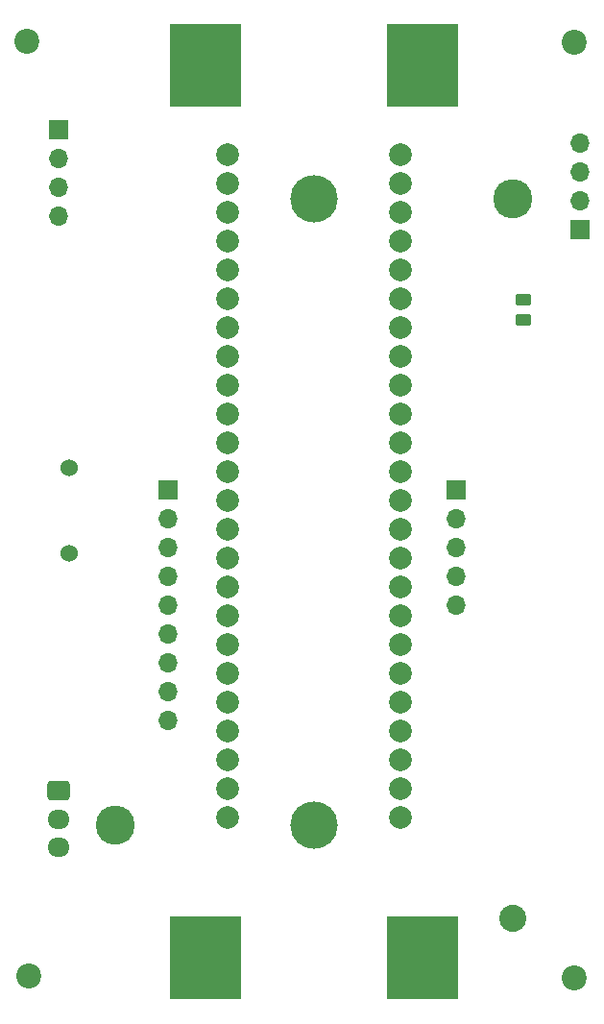
<source format=gbr>
%TF.GenerationSoftware,KiCad,Pcbnew,7.0.7*%
%TF.CreationDate,2024-05-20T18:34:11-04:00*%
%TF.ProjectId,LVPD-board_v2,4c565044-2d62-46f6-9172-645f76322e6b,rev?*%
%TF.SameCoordinates,Original*%
%TF.FileFunction,Soldermask,Bot*%
%TF.FilePolarity,Negative*%
%FSLAX46Y46*%
G04 Gerber Fmt 4.6, Leading zero omitted, Abs format (unit mm)*
G04 Created by KiCad (PCBNEW 7.0.7) date 2024-05-20 18:34:11*
%MOMM*%
%LPD*%
G01*
G04 APERTURE LIST*
G04 Aperture macros list*
%AMRoundRect*
0 Rectangle with rounded corners*
0 $1 Rounding radius*
0 $2 $3 $4 $5 $6 $7 $8 $9 X,Y pos of 4 corners*
0 Add a 4 corners polygon primitive as box body*
4,1,4,$2,$3,$4,$5,$6,$7,$8,$9,$2,$3,0*
0 Add four circle primitives for the rounded corners*
1,1,$1+$1,$2,$3*
1,1,$1+$1,$4,$5*
1,1,$1+$1,$6,$7*
1,1,$1+$1,$8,$9*
0 Add four rect primitives between the rounded corners*
20,1,$1+$1,$2,$3,$4,$5,0*
20,1,$1+$1,$4,$5,$6,$7,0*
20,1,$1+$1,$6,$7,$8,$9,0*
20,1,$1+$1,$8,$9,$2,$3,0*%
G04 Aperture macros list end*
%ADD10R,1.700000X1.700000*%
%ADD11O,1.700000X1.700000*%
%ADD12RoundRect,0.250000X-0.725000X0.600000X-0.725000X-0.600000X0.725000X-0.600000X0.725000X0.600000X0*%
%ADD13O,1.950000X1.700000*%
%ADD14C,2.200000*%
%ADD15C,1.524000*%
%ADD16C,2.000000*%
%ADD17C,3.450000*%
%ADD18C,4.170000*%
%ADD19C,2.390000*%
%ADD20R,6.350000X7.340000*%
%ADD21RoundRect,0.250000X0.450000X-0.262500X0.450000X0.262500X-0.450000X0.262500X-0.450000X-0.262500X0*%
G04 APERTURE END LIST*
D10*
%TO.C,J4*%
X115625000Y-90950000D03*
D11*
X115625000Y-93490000D03*
X115625000Y-96030000D03*
X115625000Y-98570000D03*
X115625000Y-101110000D03*
X115625000Y-103650000D03*
X115625000Y-106190000D03*
X115625000Y-108730000D03*
X115625000Y-111270000D03*
%TD*%
D10*
%TO.C,J1*%
X152000000Y-68000000D03*
D11*
X152000000Y-65460000D03*
X152000000Y-62920000D03*
X152000000Y-60380000D03*
%TD*%
D12*
%TO.C,J2*%
X106025000Y-117500000D03*
D13*
X106025000Y-120000000D03*
X106025000Y-122500000D03*
%TD*%
D14*
%TO.C,H4*%
X151500000Y-134000000D03*
%TD*%
D15*
%TO.C,BZ1*%
X106900000Y-96550000D03*
X106900000Y-89050000D03*
%TD*%
D10*
%TO.C,J3*%
X106000000Y-59200000D03*
D11*
X106000000Y-61740000D03*
X106000000Y-64280000D03*
X106000000Y-66820000D03*
%TD*%
D14*
%TO.C,H1*%
X151500000Y-51500000D03*
%TD*%
D16*
%TO.C,Teensy4.1*%
X120880000Y-61440000D03*
X120880000Y-63980000D03*
X120880000Y-66520000D03*
X120880000Y-69060000D03*
X120880000Y-71600000D03*
X120880000Y-74140000D03*
X120880000Y-76680000D03*
X120880000Y-79220000D03*
X120880000Y-81760000D03*
X120880000Y-84300000D03*
X120880000Y-86840000D03*
X120880000Y-89380000D03*
X120880000Y-91920000D03*
X120880000Y-94460000D03*
X120880000Y-97000000D03*
X120880000Y-99540000D03*
X120880000Y-102080000D03*
X120880000Y-104620000D03*
X120880000Y-107160000D03*
X120880000Y-109700000D03*
X120880000Y-112240000D03*
X120880000Y-114780000D03*
X120880000Y-117320000D03*
X120880000Y-119860000D03*
X136120000Y-119860000D03*
X136120000Y-117320000D03*
X136120000Y-114780000D03*
X136120000Y-112240000D03*
X136120000Y-109700000D03*
X136120000Y-107160000D03*
X136120000Y-104620000D03*
X136120000Y-102080000D03*
X136120000Y-99540000D03*
X136120000Y-97000000D03*
X136120000Y-94460000D03*
X136120000Y-91920000D03*
X136120000Y-89380000D03*
X136120000Y-86840000D03*
X136120000Y-84300000D03*
X136120000Y-81760000D03*
X136120000Y-79220000D03*
X136120000Y-76680000D03*
X136120000Y-74140000D03*
X136120000Y-71600000D03*
X136120000Y-69060000D03*
X136120000Y-66520000D03*
X136120000Y-63980000D03*
X136120000Y-61440000D03*
%TD*%
D14*
%TO.C,H2*%
X103200000Y-51400000D03*
%TD*%
D10*
%TO.C,J5*%
X141025000Y-90950000D03*
D11*
X141025000Y-93490000D03*
X141025000Y-96030000D03*
X141025000Y-98570000D03*
X141025000Y-101110000D03*
%TD*%
D14*
%TO.C,H5*%
X103400000Y-133800000D03*
%TD*%
D17*
%TO.C,BAT1*%
X146010000Y-65300000D03*
D18*
X128505000Y-65300000D03*
X128505000Y-120500000D03*
D17*
X111000000Y-120500000D03*
D19*
X146010000Y-128720000D03*
D20*
X118950000Y-53570000D03*
X138060000Y-53570000D03*
X118950000Y-132230000D03*
X138060000Y-132230000D03*
%TD*%
D21*
%TO.C,R1*%
X147000000Y-76000000D03*
X147000000Y-74175000D03*
%TD*%
M02*

</source>
